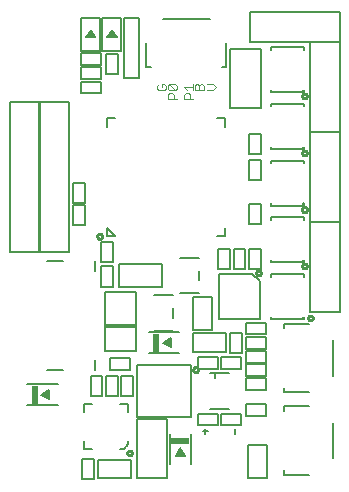
<source format=gto>
G75*
G70*
%OFA0B0*%
%FSLAX24Y24*%
%IPPOS*%
%LPD*%
%AMOC8*
5,1,8,0,0,1.08239X$1,22.5*
%
%ADD10C,0.0030*%
%ADD11C,0.0079*%
%ADD12C,0.0100*%
%ADD13C,0.0050*%
%ADD14R,0.0630X0.0197*%
%ADD15C,0.0060*%
%ADD16C,0.0080*%
%ADD17R,0.0197X0.0630*%
D10*
X036656Y034020D02*
X036656Y034165D01*
X036705Y034214D01*
X036802Y034214D01*
X036850Y034165D01*
X036850Y034020D01*
X036947Y034020D02*
X036656Y034020D01*
X036705Y034315D02*
X036656Y034363D01*
X036656Y034460D01*
X036705Y034508D01*
X036898Y034315D01*
X036947Y034363D01*
X036947Y034460D01*
X036898Y034508D01*
X036705Y034508D01*
X036592Y034460D02*
X036544Y034508D01*
X036447Y034508D01*
X036447Y034412D01*
X036351Y034508D02*
X036302Y034460D01*
X036302Y034363D01*
X036351Y034315D01*
X036544Y034315D01*
X036592Y034363D01*
X036592Y034460D01*
X036705Y034315D02*
X036898Y034315D01*
X037208Y034412D02*
X037498Y034412D01*
X037562Y034460D02*
X037610Y034508D01*
X037659Y034508D01*
X037707Y034460D01*
X037707Y034315D01*
X037707Y034460D02*
X037755Y034508D01*
X037804Y034508D01*
X037852Y034460D01*
X037852Y034315D01*
X037562Y034315D01*
X037562Y034460D01*
X037498Y034508D02*
X037498Y034315D01*
X037353Y034214D02*
X037401Y034165D01*
X037401Y034020D01*
X037498Y034020D02*
X037208Y034020D01*
X037208Y034165D01*
X037256Y034214D01*
X037353Y034214D01*
X037304Y034315D02*
X037208Y034412D01*
X037956Y034508D02*
X038149Y034508D01*
X038246Y034412D01*
X038149Y034315D01*
X037956Y034315D01*
D11*
X032980Y023807D02*
X031957Y023807D01*
X032429Y024161D02*
X032705Y024004D01*
X032705Y024319D01*
X032429Y024161D01*
X032469Y024161D02*
X032665Y024240D01*
X032665Y024161D01*
X032547Y024161D01*
X032665Y024083D01*
X032665Y024161D01*
X032980Y024516D02*
X031957Y024516D01*
X032626Y024988D02*
X033177Y024988D01*
X034083Y024772D02*
X034083Y024102D01*
X034476Y024102D01*
X034476Y024772D01*
X034083Y024772D01*
X034240Y024988D02*
X034240Y025303D01*
X034555Y025618D02*
X035579Y025618D01*
X035579Y026406D01*
X034555Y026406D01*
X034555Y026484D01*
X035579Y026484D01*
X035579Y026406D01*
X035579Y026484D02*
X035579Y027587D01*
X034555Y027587D01*
X034555Y026484D01*
X034555Y026406D02*
X034555Y025618D01*
X034732Y025382D02*
X035402Y025382D01*
X035402Y024988D01*
X034732Y024988D01*
X034732Y025382D01*
X034594Y024772D02*
X034594Y024102D01*
X034988Y024102D01*
X034988Y024772D01*
X034594Y024772D01*
X035106Y024772D02*
X035106Y024102D01*
X035500Y024102D01*
X035500Y024772D01*
X035106Y024772D01*
X035618Y025146D02*
X037429Y025146D01*
X037429Y023413D01*
X035618Y023413D01*
X035618Y025146D01*
X036012Y025539D02*
X037035Y025539D01*
X036760Y025736D02*
X036484Y025894D01*
X036760Y026051D01*
X036760Y025736D01*
X036720Y025815D02*
X036602Y025894D01*
X036720Y025894D01*
X036720Y025815D01*
X036720Y025894D02*
X036720Y025972D01*
X036524Y025894D01*
X036839Y026287D02*
X036209Y026287D01*
X036012Y026248D02*
X037035Y026248D01*
X037508Y026209D02*
X037508Y025579D01*
X038610Y025579D01*
X038610Y026209D01*
X037508Y026209D01*
X037508Y026327D02*
X037508Y027429D01*
X038138Y027429D01*
X038138Y026327D01*
X037508Y026327D01*
X036839Y026720D02*
X036839Y027035D01*
X036839Y027469D02*
X036209Y027469D01*
X036445Y027744D02*
X035028Y027744D01*
X035028Y028531D01*
X036445Y028531D01*
X036445Y027744D01*
X037075Y027547D02*
X037705Y027547D01*
X037705Y027980D02*
X037705Y028295D01*
X037705Y028728D02*
X037075Y028728D01*
X038335Y029024D02*
X038335Y028354D01*
X038728Y028354D01*
X038728Y029024D01*
X038335Y029024D01*
X038295Y029437D02*
X038571Y029437D01*
X038571Y029713D01*
X038846Y029024D02*
X038846Y028354D01*
X039240Y028354D01*
X039240Y029024D01*
X038846Y029024D01*
X039358Y029024D02*
X039358Y028354D01*
X039752Y028354D01*
X039752Y029024D01*
X039358Y029024D01*
X040106Y028650D02*
X040106Y028571D01*
X041130Y028571D01*
X041209Y028650D01*
X041209Y028571D01*
X041130Y028571D01*
X041209Y028177D02*
X040106Y028177D01*
X040106Y028098D01*
X039713Y027941D02*
X039713Y026681D01*
X038374Y026681D01*
X038374Y028177D01*
X039476Y028177D01*
X039713Y027941D01*
X040106Y026760D02*
X040106Y026681D01*
X041130Y026681D01*
X041209Y026760D01*
X041209Y026681D01*
X041130Y026681D01*
X041366Y026524D02*
X040539Y026524D01*
X040539Y026366D01*
X039929Y026169D02*
X039929Y026563D01*
X039260Y026563D01*
X039260Y026169D01*
X039929Y026169D01*
X039929Y026091D02*
X039260Y026091D01*
X039260Y025697D01*
X039929Y025697D01*
X039929Y026091D01*
X039929Y025618D02*
X039260Y025618D01*
X039260Y025224D01*
X039929Y025224D01*
X039929Y025618D01*
X039929Y025185D02*
X039260Y025185D01*
X039260Y024791D01*
X039929Y024791D01*
X039929Y025185D01*
X039929Y024713D02*
X039260Y024713D01*
X039260Y024319D01*
X039929Y024319D01*
X039929Y024713D01*
X040539Y024398D02*
X040539Y024240D01*
X041366Y024240D01*
X041366Y023768D02*
X040539Y023768D01*
X040539Y023610D01*
X039929Y023453D02*
X039260Y023453D01*
X039260Y023846D01*
X039929Y023846D01*
X039929Y023453D01*
X039102Y023531D02*
X039102Y023138D01*
X038433Y023138D01*
X038433Y023531D01*
X039102Y023531D01*
X038689Y023689D02*
X038059Y023689D01*
X038315Y023531D02*
X037646Y023531D01*
X037646Y023138D01*
X038315Y023138D01*
X038315Y023531D01*
X037429Y022862D02*
X037429Y021839D01*
X037232Y022114D02*
X037075Y022390D01*
X036917Y022114D01*
X037232Y022114D01*
X037154Y022154D02*
X037075Y022154D01*
X037075Y022272D01*
X036996Y022154D01*
X037075Y022154D01*
X037154Y022154D02*
X037075Y022350D01*
X036720Y021839D02*
X036720Y022862D01*
X036642Y023335D02*
X035618Y023335D01*
X035618Y021366D01*
X036642Y021366D01*
X036642Y023335D01*
X035343Y023571D02*
X035343Y023846D01*
X035067Y023846D01*
X034122Y023846D02*
X033846Y023846D01*
X033846Y023571D01*
X033846Y022626D02*
X033846Y022350D01*
X034122Y022350D01*
X034201Y022016D02*
X033807Y022016D01*
X033807Y021346D01*
X034201Y021346D01*
X034201Y022016D01*
X034319Y021996D02*
X035421Y021996D01*
X035421Y021366D01*
X034319Y021366D01*
X034319Y021996D01*
X035067Y022350D02*
X035185Y022350D01*
X035343Y022508D01*
X035343Y022626D01*
X038059Y024870D02*
X038217Y024870D01*
X038217Y024713D01*
X038217Y024870D02*
X038689Y024870D01*
X038433Y025028D02*
X039102Y025028D01*
X039102Y025421D01*
X038433Y025421D01*
X038433Y025028D01*
X038315Y025028D02*
X037646Y025028D01*
X037646Y025421D01*
X038315Y025421D01*
X038315Y025028D01*
X038728Y025559D02*
X039122Y025559D01*
X039122Y026228D01*
X038728Y026228D01*
X038728Y025559D01*
X041378Y026906D02*
X041378Y029906D01*
X041378Y032906D01*
X041378Y035906D01*
X042378Y035906D01*
X042378Y036906D01*
X039378Y036906D01*
X039378Y035906D01*
X042378Y035906D01*
X042378Y032906D01*
X041378Y032906D01*
X042378Y032906D01*
X042378Y029906D01*
X041378Y029906D01*
X042378Y029906D01*
X042378Y026906D01*
X041378Y026906D01*
X041209Y028098D02*
X041209Y028177D01*
X041209Y029988D02*
X041209Y030067D01*
X040106Y030067D01*
X040106Y029988D01*
X039752Y029850D02*
X039752Y030520D01*
X039358Y030520D01*
X039358Y029850D01*
X039752Y029850D01*
X040106Y030461D02*
X040106Y030539D01*
X040106Y030461D02*
X041130Y030461D01*
X041209Y030539D01*
X041209Y030461D01*
X041130Y030461D01*
X041209Y031878D02*
X041209Y031957D01*
X040106Y031957D01*
X040106Y031878D01*
X039752Y031976D02*
X039358Y031976D01*
X039358Y031307D01*
X039752Y031307D01*
X039752Y031976D01*
X039752Y032173D02*
X039752Y032843D01*
X039358Y032843D01*
X039358Y032173D01*
X039752Y032173D01*
X040106Y032350D02*
X040106Y032429D01*
X040106Y032350D02*
X041130Y032350D01*
X041209Y032429D01*
X041209Y032350D01*
X041130Y032350D01*
X041209Y033768D02*
X041209Y033846D01*
X040106Y033846D01*
X040106Y033768D01*
X039752Y033728D02*
X038728Y033728D01*
X038728Y035697D01*
X039752Y035697D01*
X039752Y033728D01*
X040106Y034240D02*
X040106Y034319D01*
X040106Y034240D02*
X041130Y034240D01*
X041209Y034319D01*
X041209Y034240D01*
X041130Y034240D01*
X041209Y035657D02*
X041209Y035736D01*
X040106Y035736D01*
X040106Y035657D01*
X038610Y035894D02*
X038610Y035067D01*
X038453Y035067D01*
X038059Y036681D02*
X036484Y036681D01*
X035691Y036720D02*
X035691Y034720D01*
X035191Y034720D01*
X035191Y036720D01*
X035691Y036720D01*
X035106Y036720D02*
X035106Y035618D01*
X034476Y035618D01*
X034476Y036720D01*
X035106Y036720D01*
X034398Y036720D02*
X034398Y035618D01*
X033768Y035618D01*
X033768Y036720D01*
X034398Y036720D01*
X034417Y035539D02*
X033748Y035539D01*
X033748Y035146D01*
X034417Y035146D01*
X034417Y035539D01*
X034594Y035520D02*
X034594Y034850D01*
X034988Y034850D01*
X034988Y035520D01*
X034594Y035520D01*
X034417Y035067D02*
X033748Y035067D01*
X033748Y034673D01*
X034417Y034673D01*
X034417Y035067D01*
X034417Y034594D02*
X033748Y034594D01*
X033748Y034201D01*
X034417Y034201D01*
X034417Y034594D01*
X033374Y033906D02*
X032374Y033906D01*
X032374Y028906D01*
X033374Y028906D01*
X033374Y033906D01*
X032378Y033906D02*
X031378Y033906D01*
X031378Y028906D01*
X032378Y028906D01*
X032378Y033906D01*
X034634Y033374D02*
X034634Y033098D01*
X034634Y033374D02*
X034909Y033374D01*
X035933Y035067D02*
X036091Y035067D01*
X035933Y035067D02*
X035933Y035894D01*
X038295Y033374D02*
X038571Y033374D01*
X038571Y033098D01*
X033886Y031228D02*
X033886Y030559D01*
X033492Y030559D01*
X033492Y031228D01*
X033886Y031228D01*
X033886Y030480D02*
X033492Y030480D01*
X033492Y029811D01*
X033886Y029811D01*
X033886Y030480D01*
X034634Y029713D02*
X034909Y029437D01*
X034634Y029437D01*
X034634Y029713D01*
X034831Y029260D02*
X034831Y028591D01*
X034437Y028591D01*
X034437Y029260D01*
X034831Y029260D01*
X034831Y028433D02*
X034437Y028433D01*
X034437Y027764D01*
X034831Y027764D01*
X034831Y028433D01*
X034240Y028295D02*
X034240Y028610D01*
X033177Y028610D02*
X032626Y028610D01*
X039319Y022469D02*
X039949Y022469D01*
X039949Y021366D01*
X039319Y021366D01*
X039319Y022469D01*
X040539Y021642D02*
X040539Y021484D01*
X041366Y021484D01*
X042154Y022035D02*
X042154Y023217D01*
X042154Y024791D02*
X042154Y025972D01*
D12*
X041479Y026670D02*
X041442Y026633D01*
X041369Y026633D01*
X041332Y026670D01*
X041332Y026743D01*
X041369Y026780D01*
X041442Y026780D01*
X041479Y026743D01*
X041479Y026670D01*
X039752Y028185D02*
X039752Y028259D01*
X039715Y028295D01*
X039642Y028295D01*
X039605Y028259D01*
X039605Y028185D01*
X039642Y028148D01*
X039715Y028148D01*
X039752Y028185D01*
X041135Y028402D02*
X041172Y028366D01*
X041245Y028366D01*
X041282Y028402D01*
X041282Y028476D01*
X041245Y028512D01*
X041172Y028512D01*
X041135Y028476D01*
X041135Y028402D01*
X041172Y030255D02*
X041245Y030255D01*
X041282Y030292D01*
X041282Y030365D01*
X041245Y030402D01*
X041172Y030402D01*
X041135Y030365D01*
X041135Y030292D01*
X041172Y030255D01*
X041172Y032145D02*
X041245Y032145D01*
X041282Y032182D01*
X041282Y032255D01*
X041245Y032292D01*
X041172Y032292D01*
X041135Y032255D01*
X041135Y032182D01*
X041172Y032145D01*
X041172Y034035D02*
X041245Y034035D01*
X041282Y034072D01*
X041282Y034145D01*
X041245Y034182D01*
X041172Y034182D01*
X041135Y034145D01*
X041135Y034072D01*
X041172Y034035D01*
X034457Y029474D02*
X034421Y029511D01*
X034347Y029511D01*
X034310Y029474D01*
X034310Y029401D01*
X034347Y029364D01*
X034421Y029364D01*
X034457Y029401D01*
X034457Y029474D01*
X037545Y025067D02*
X037508Y025030D01*
X037508Y024957D01*
X037545Y024920D01*
X037618Y024920D01*
X037655Y024957D01*
X037655Y025030D01*
X037618Y025067D01*
X037545Y025067D01*
X035418Y022292D02*
X035345Y022292D01*
X035308Y022255D01*
X035308Y022182D01*
X035345Y022145D01*
X035418Y022145D01*
X035455Y022182D01*
X035455Y022255D01*
X035418Y022292D01*
D13*
X034949Y036091D02*
X034634Y036091D01*
X034791Y036287D01*
X034791Y036169D01*
X034752Y036169D01*
X034791Y036287D01*
X034831Y036169D01*
X034791Y036169D01*
X034713Y036130D02*
X034791Y036287D01*
X034870Y036130D01*
X034713Y036130D01*
X034673Y036130D02*
X034909Y036130D01*
X034949Y036091D02*
X034791Y036287D01*
X034240Y036091D02*
X033925Y036091D01*
X034083Y036287D01*
X034083Y036169D01*
X034043Y036169D01*
X034083Y036287D01*
X034122Y036169D01*
X034083Y036169D01*
X034161Y036130D02*
X034004Y036130D01*
X034083Y036287D01*
X034161Y036130D01*
X034201Y036130D02*
X033965Y036130D01*
X034083Y036287D02*
X034240Y036091D01*
D14*
X037075Y022606D03*
D15*
X037812Y022940D02*
X037986Y022940D01*
X037899Y023026D02*
X037899Y022853D01*
X038883Y022853D02*
X038883Y023026D01*
D16*
X035283Y022449D02*
X035244Y022409D01*
D17*
X032213Y024161D03*
X036268Y025894D03*
M02*

</source>
